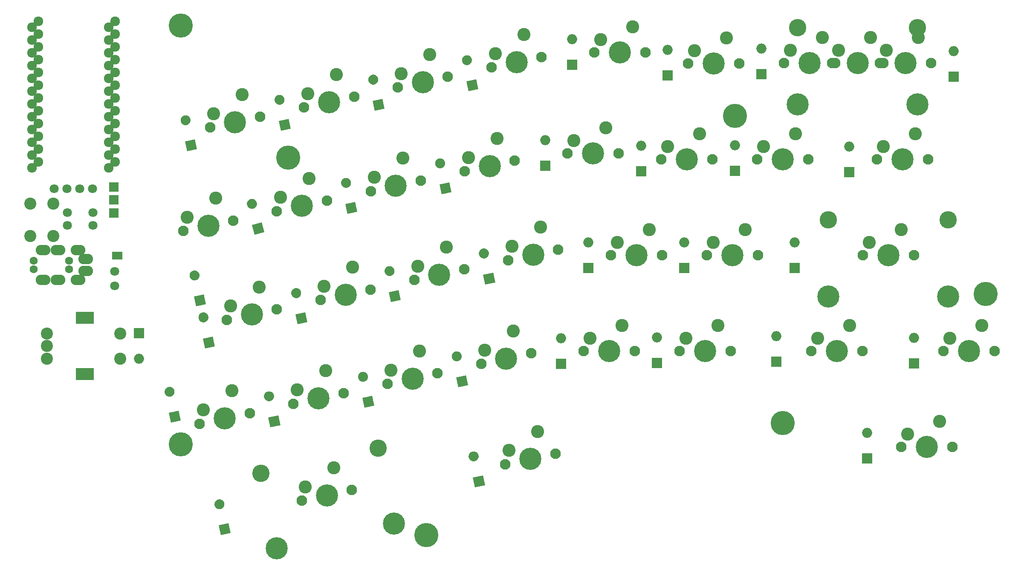
<source format=gbs>
G04 #@! TF.GenerationSoftware,KiCad,Pcbnew,(5.1.6)-1*
G04 #@! TF.CreationDate,2020-08-09T18:55:19-07:00*
G04 #@! TF.ProjectId,Alipt-Keyboard-Right,416c6970-742d-44b6-9579-626f6172642d,rev?*
G04 #@! TF.SameCoordinates,Original*
G04 #@! TF.FileFunction,Soldermask,Bot*
G04 #@! TF.FilePolarity,Negative*
%FSLAX46Y46*%
G04 Gerber Fmt 4.6, Leading zero omitted, Abs format (unit mm)*
G04 Created by KiCad (PCBNEW (5.1.6)-1) date 2020-08-09 18:55:19*
%MOMM*%
%LPD*%
G01*
G04 APERTURE LIST*
%ADD10C,4.800000*%
%ADD11C,2.400000*%
%ADD12R,1.924000X1.924000*%
%ADD13C,1.797000*%
%ADD14C,1.600000*%
%ADD15O,2.900000X2.100000*%
%ADD16R,1.035000X1.543000*%
%ADD17C,1.924000*%
%ADD18R,3.600000X2.400000*%
%ADD19C,0.100000*%
%ADD20R,2.000000X2.000000*%
%ADD21O,2.000000X2.000000*%
%ADD22C,2.100000*%
%ADD23C,4.400000*%
%ADD24C,2.600000*%
%ADD25C,3.450000*%
G04 APERTURE END LIST*
D10*
X129539995Y-151384009D03*
D11*
X50927000Y-85511500D03*
X55427000Y-85511500D03*
X50927000Y-92011500D03*
X55427000Y-92011500D03*
D10*
X102108000Y-76390500D03*
X80772006Y-133413500D03*
X190817500Y-68135500D03*
X200342504Y-129158999D03*
X80772000Y-50165002D03*
X240665000Y-103505000D03*
D12*
X67500501Y-87372501D03*
X67500501Y-84772501D03*
X67500501Y-82272501D03*
D13*
X58229501Y-89852502D03*
X63309501Y-89852502D03*
X63309504Y-87353757D03*
X58229504Y-87353757D03*
X55655910Y-82613501D03*
X58195910Y-82613501D03*
X60735910Y-82613501D03*
X63275910Y-82613501D03*
D14*
X58601500Y-96865500D03*
X51601500Y-96865500D03*
D15*
X60401500Y-94765500D03*
X61901500Y-98965500D03*
X53401500Y-94765500D03*
X56401500Y-94765500D03*
D14*
X51601500Y-98615500D03*
X58601500Y-98615500D03*
D15*
X53401500Y-100715500D03*
X56401500Y-100715500D03*
X60401500Y-100715500D03*
X61901500Y-96515500D03*
D13*
X67691003Y-101917500D03*
X67691001Y-98996492D03*
D16*
X68635882Y-95885001D03*
X67635122Y-95885001D03*
D17*
X66436503Y-55577250D03*
X51196503Y-73357250D03*
X66436503Y-65737250D03*
X51196503Y-63197250D03*
X51196503Y-58117250D03*
X66436503Y-75897250D03*
X51196503Y-55577250D03*
X51196503Y-50497250D03*
X66436503Y-70817250D03*
X51196503Y-78437250D03*
X66436503Y-63197250D03*
X66436503Y-53037250D03*
X66436503Y-58117250D03*
X66436503Y-60657250D03*
X66436503Y-73357250D03*
X66436503Y-68277250D03*
X51196503Y-70817250D03*
X51196503Y-68277250D03*
X66436503Y-78437250D03*
X51196503Y-75897250D03*
X51196503Y-53037250D03*
X66436503Y-50497250D03*
X51196503Y-65737250D03*
X51196503Y-60657250D03*
X67735318Y-49301505D03*
X67735318Y-51841505D03*
X67735318Y-54381505D03*
X67735318Y-56921505D03*
X67735318Y-59461505D03*
X67735318Y-62001505D03*
X67735318Y-64541505D03*
X67735318Y-67081505D03*
X67735318Y-69621505D03*
X67735318Y-72161505D03*
X67735318Y-74701505D03*
X67735318Y-77241505D03*
X52495318Y-77241505D03*
X52495318Y-74701505D03*
X52495318Y-72161505D03*
X52495318Y-69621505D03*
X52495318Y-67081505D03*
X52495318Y-64541505D03*
X52495318Y-62001505D03*
X52495318Y-59461505D03*
X52495318Y-56921505D03*
X52495318Y-54381505D03*
X52495318Y-51841505D03*
X52495318Y-49301505D03*
D11*
X54221999Y-116355499D03*
X54221999Y-113855499D03*
X54221999Y-111355499D03*
D18*
X61721999Y-119455499D03*
X61721999Y-108255499D03*
D11*
X68721999Y-116355499D03*
X68721999Y-111355499D03*
G36*
G01*
X81945673Y-69950911D02*
X81945673Y-69950911D01*
G75*
G02*
X80759613Y-69180675I-207912J978148D01*
G01*
X80759613Y-69180675D01*
G75*
G02*
X81529849Y-67994615I978148J207912D01*
G01*
X81529849Y-67994615D01*
G75*
G02*
X82715909Y-68764851I207912J-978148D01*
G01*
X82715909Y-68764851D01*
G75*
G02*
X81945673Y-69950911I-978148J-207912D01*
G01*
G37*
D19*
G36*
X83980011Y-74711989D02*
G01*
X82023716Y-75127812D01*
X81607893Y-73171517D01*
X83564188Y-72755694D01*
X83980011Y-74711989D01*
G37*
G36*
X102649011Y-70647989D02*
G01*
X100692716Y-71063812D01*
X100276893Y-69107517D01*
X102233188Y-68691694D01*
X102649011Y-70647989D01*
G37*
G36*
G01*
X100614673Y-65886911D02*
X100614673Y-65886911D01*
G75*
G02*
X99428613Y-65116675I-207912J978148D01*
G01*
X99428613Y-65116675D01*
G75*
G02*
X100198849Y-63930615I978148J207912D01*
G01*
X100198849Y-63930615D01*
G75*
G02*
X101384909Y-64700851I207912J-978148D01*
G01*
X101384909Y-64700851D01*
G75*
G02*
X100614673Y-65886911I-978148J-207912D01*
G01*
G37*
G36*
X121254511Y-66647489D02*
G01*
X119298216Y-67063312D01*
X118882393Y-65107017D01*
X120838688Y-64691194D01*
X121254511Y-66647489D01*
G37*
G36*
G01*
X119220173Y-61886411D02*
X119220173Y-61886411D01*
G75*
G02*
X118034113Y-61116175I-207912J978148D01*
G01*
X118034113Y-61116175D01*
G75*
G02*
X118804349Y-59930115I978148J207912D01*
G01*
X118804349Y-59930115D01*
G75*
G02*
X119990409Y-60700351I207912J-978148D01*
G01*
X119990409Y-60700351D01*
G75*
G02*
X119220173Y-61886411I-978148J-207912D01*
G01*
G37*
G36*
G01*
X137825673Y-58012911D02*
X137825673Y-58012911D01*
G75*
G02*
X136639613Y-57242675I-207912J978148D01*
G01*
X136639613Y-57242675D01*
G75*
G02*
X137409849Y-56056615I978148J207912D01*
G01*
X137409849Y-56056615D01*
G75*
G02*
X138595909Y-56826851I207912J-978148D01*
G01*
X138595909Y-56826851D01*
G75*
G02*
X137825673Y-58012911I-978148J-207912D01*
G01*
G37*
G36*
X139860011Y-62773989D02*
G01*
X137903716Y-63189812D01*
X137487893Y-61233517D01*
X139444188Y-60817694D01*
X139860011Y-62773989D01*
G37*
D20*
X158496000Y-57975500D03*
D21*
X158496000Y-52895500D03*
X177482500Y-54991000D03*
D20*
X177482500Y-60071000D03*
X196088000Y-59817000D03*
D21*
X196088000Y-54737000D03*
D19*
G36*
X85758011Y-105572989D02*
G01*
X83801716Y-105988812D01*
X83385893Y-104032517D01*
X85342188Y-103616694D01*
X85758011Y-105572989D01*
G37*
G36*
G01*
X83723673Y-100811911D02*
X83723673Y-100811911D01*
G75*
G02*
X82537613Y-100041675I-207912J978148D01*
G01*
X82537613Y-100041675D01*
G75*
G02*
X83307849Y-98855615I978148J207912D01*
G01*
X83307849Y-98855615D01*
G75*
G02*
X84493909Y-99625851I207912J-978148D01*
G01*
X84493909Y-99625851D01*
G75*
G02*
X83723673Y-100811911I-978148J-207912D01*
G01*
G37*
G36*
G01*
X95162218Y-86566418D02*
X95162218Y-86566418D01*
G75*
G02*
X93950000Y-85838044I-241922J970296D01*
G01*
X93950000Y-85838044D01*
G75*
G02*
X94678374Y-84625826I970296J241922D01*
G01*
X94678374Y-84625826D01*
G75*
G02*
X95890592Y-85354200I241922J-970296D01*
G01*
X95890592Y-85354200D01*
G75*
G02*
X95162218Y-86566418I-970296J-241922D01*
G01*
G37*
G36*
X97361477Y-91253598D02*
G01*
X95420885Y-91737442D01*
X94937041Y-89796850D01*
X96877633Y-89313006D01*
X97361477Y-91253598D01*
G37*
G36*
G01*
X113822673Y-82396911D02*
X113822673Y-82396911D01*
G75*
G02*
X112636613Y-81626675I-207912J978148D01*
G01*
X112636613Y-81626675D01*
G75*
G02*
X113406849Y-80440615I978148J207912D01*
G01*
X113406849Y-80440615D01*
G75*
G02*
X114592909Y-81210851I207912J-978148D01*
G01*
X114592909Y-81210851D01*
G75*
G02*
X113822673Y-82396911I-978148J-207912D01*
G01*
G37*
G36*
X115857011Y-87157989D02*
G01*
X113900716Y-87573812D01*
X113484893Y-85617517D01*
X115441188Y-85201694D01*
X115857011Y-87157989D01*
G37*
G36*
X134526011Y-83284489D02*
G01*
X132569716Y-83700312D01*
X132153893Y-81744017D01*
X134110188Y-81328194D01*
X134526011Y-83284489D01*
G37*
G36*
G01*
X132491673Y-78523411D02*
X132491673Y-78523411D01*
G75*
G02*
X131305613Y-77753175I-207912J978148D01*
G01*
X131305613Y-77753175D01*
G75*
G02*
X132075849Y-76567115I978148J207912D01*
G01*
X132075849Y-76567115D01*
G75*
G02*
X133261909Y-77337351I207912J-978148D01*
G01*
X133261909Y-77337351D01*
G75*
G02*
X132491673Y-78523411I-978148J-207912D01*
G01*
G37*
D21*
X153162000Y-72961500D03*
D20*
X153162000Y-78041500D03*
X172212000Y-79121000D03*
D21*
X172212000Y-74041000D03*
X234315000Y-55245000D03*
D20*
X234315000Y-60325000D03*
G36*
G01*
X85501673Y-109130411D02*
X85501673Y-109130411D01*
G75*
G02*
X84315613Y-108360175I-207912J978148D01*
G01*
X84315613Y-108360175D01*
G75*
G02*
X85085849Y-107174115I978148J207912D01*
G01*
X85085849Y-107174115D01*
G75*
G02*
X86271909Y-107944351I207912J-978148D01*
G01*
X86271909Y-107944351D01*
G75*
G02*
X85501673Y-109130411I-978148J-207912D01*
G01*
G37*
D19*
G36*
X87536011Y-113891489D02*
G01*
X85579716Y-114307312D01*
X85163893Y-112351017D01*
X87120188Y-111935194D01*
X87536011Y-113891489D01*
G37*
G36*
X105951011Y-109065489D02*
G01*
X103994716Y-109481312D01*
X103578893Y-107525017D01*
X105535188Y-107109194D01*
X105951011Y-109065489D01*
G37*
G36*
G01*
X103916673Y-104304411D02*
X103916673Y-104304411D01*
G75*
G02*
X102730613Y-103534175I-207912J978148D01*
G01*
X102730613Y-103534175D01*
G75*
G02*
X103500849Y-102348115I978148J207912D01*
G01*
X103500849Y-102348115D01*
G75*
G02*
X104686909Y-103118351I207912J-978148D01*
G01*
X104686909Y-103118351D01*
G75*
G02*
X103916673Y-104304411I-978148J-207912D01*
G01*
G37*
G36*
G01*
X122458673Y-99922911D02*
X122458673Y-99922911D01*
G75*
G02*
X121272613Y-99152675I-207912J978148D01*
G01*
X121272613Y-99152675D01*
G75*
G02*
X122042849Y-97966615I978148J207912D01*
G01*
X122042849Y-97966615D01*
G75*
G02*
X123228909Y-98736851I207912J-978148D01*
G01*
X123228909Y-98736851D01*
G75*
G02*
X122458673Y-99922911I-978148J-207912D01*
G01*
G37*
G36*
X124493011Y-104683989D02*
G01*
X122536716Y-105099812D01*
X122120893Y-103143517D01*
X124077188Y-102727694D01*
X124493011Y-104683989D01*
G37*
G36*
X143225511Y-101191489D02*
G01*
X141269216Y-101607312D01*
X140853393Y-99651017D01*
X142809688Y-99235194D01*
X143225511Y-101191489D01*
G37*
G36*
G01*
X141191173Y-96430411D02*
X141191173Y-96430411D01*
G75*
G02*
X140005113Y-95660175I-207912J978148D01*
G01*
X140005113Y-95660175D01*
G75*
G02*
X140775349Y-94474115I978148J207912D01*
G01*
X140775349Y-94474115D01*
G75*
G02*
X141961409Y-95244351I207912J-978148D01*
G01*
X141961409Y-95244351D01*
G75*
G02*
X141191173Y-96430411I-978148J-207912D01*
G01*
G37*
D20*
X161734500Y-98298000D03*
D21*
X161734500Y-93218000D03*
X180784500Y-93218000D03*
D20*
X180784500Y-98298000D03*
X190817500Y-79057500D03*
D21*
X190817500Y-73977500D03*
G36*
G01*
X78770673Y-123925911D02*
X78770673Y-123925911D01*
G75*
G02*
X77584613Y-123155675I-207912J978148D01*
G01*
X77584613Y-123155675D01*
G75*
G02*
X78354849Y-121969615I978148J207912D01*
G01*
X78354849Y-121969615D01*
G75*
G02*
X79540909Y-122739851I207912J-978148D01*
G01*
X79540909Y-122739851D01*
G75*
G02*
X78770673Y-123925911I-978148J-207912D01*
G01*
G37*
D19*
G36*
X80805011Y-128686989D02*
G01*
X78848716Y-129102812D01*
X78432893Y-127146517D01*
X80389188Y-126730694D01*
X80805011Y-128686989D01*
G37*
G36*
G01*
X98519173Y-124814911D02*
X98519173Y-124814911D01*
G75*
G02*
X97333113Y-124044675I-207912J978148D01*
G01*
X97333113Y-124044675D01*
G75*
G02*
X98103349Y-122858615I978148J207912D01*
G01*
X98103349Y-122858615D01*
G75*
G02*
X99289409Y-123628851I207912J-978148D01*
G01*
X99289409Y-123628851D01*
G75*
G02*
X98519173Y-124814911I-978148J-207912D01*
G01*
G37*
G36*
X100553511Y-129575989D02*
G01*
X98597216Y-129991812D01*
X98181393Y-128035517D01*
X100137688Y-127619694D01*
X100553511Y-129575989D01*
G37*
G36*
X119222511Y-125702489D02*
G01*
X117266216Y-126118312D01*
X116850393Y-124162017D01*
X118806688Y-123746194D01*
X119222511Y-125702489D01*
G37*
G36*
G01*
X117188173Y-120941411D02*
X117188173Y-120941411D01*
G75*
G02*
X116002113Y-120171175I-207912J978148D01*
G01*
X116002113Y-120171175D01*
G75*
G02*
X116772349Y-118985115I978148J207912D01*
G01*
X116772349Y-118985115D01*
G75*
G02*
X117958409Y-119755351I207912J-978148D01*
G01*
X117958409Y-119755351D01*
G75*
G02*
X117188173Y-120941411I-978148J-207912D01*
G01*
G37*
G36*
G01*
X135793673Y-116877411D02*
X135793673Y-116877411D01*
G75*
G02*
X134607613Y-116107175I-207912J978148D01*
G01*
X134607613Y-116107175D01*
G75*
G02*
X135377849Y-114921115I978148J207912D01*
G01*
X135377849Y-114921115D01*
G75*
G02*
X136563909Y-115691351I207912J-978148D01*
G01*
X136563909Y-115691351D01*
G75*
G02*
X135793673Y-116877411I-978148J-207912D01*
G01*
G37*
G36*
X137828011Y-121638489D02*
G01*
X135871716Y-122054312D01*
X135455893Y-120098017D01*
X137412188Y-119682194D01*
X137828011Y-121638489D01*
G37*
D21*
X156337000Y-112268000D03*
D20*
X156337000Y-117348000D03*
X175323500Y-117221000D03*
D21*
X175323500Y-112141000D03*
X213550500Y-74168000D03*
D20*
X213550500Y-79248000D03*
D19*
G36*
X90711011Y-151038989D02*
G01*
X88754716Y-151454812D01*
X88338893Y-149498517D01*
X90295188Y-149082694D01*
X90711011Y-151038989D01*
G37*
G36*
G01*
X88676673Y-146277911D02*
X88676673Y-146277911D01*
G75*
G02*
X87490613Y-145507675I-207912J978148D01*
G01*
X87490613Y-145507675D01*
G75*
G02*
X88260849Y-144321615I978148J207912D01*
G01*
X88260849Y-144321615D01*
G75*
G02*
X89446909Y-145091851I207912J-978148D01*
G01*
X89446909Y-145091851D01*
G75*
G02*
X88676673Y-146277911I-978148J-207912D01*
G01*
G37*
G36*
X141193511Y-141513989D02*
G01*
X139237216Y-141929812D01*
X138821393Y-139973517D01*
X140777688Y-139557694D01*
X141193511Y-141513989D01*
G37*
G36*
G01*
X139159173Y-136752911D02*
X139159173Y-136752911D01*
G75*
G02*
X137973113Y-135982675I-207912J978148D01*
G01*
X137973113Y-135982675D01*
G75*
G02*
X138743349Y-134796615I978148J207912D01*
G01*
X138743349Y-134796615D01*
G75*
G02*
X139929409Y-135566851I207912J-978148D01*
G01*
X139929409Y-135566851D01*
G75*
G02*
X139159173Y-136752911I-978148J-207912D01*
G01*
G37*
D21*
X217106500Y-131127500D03*
D20*
X217106500Y-136207500D03*
X199072500Y-116967000D03*
D21*
X199072500Y-111887000D03*
X226441000Y-112204500D03*
D20*
X226441000Y-117284500D03*
X202692000Y-98361500D03*
D21*
X202692000Y-93281500D03*
D20*
X72517000Y-111252000D03*
D21*
X72517000Y-116332000D03*
D22*
X96535990Y-68285808D03*
X86598011Y-70398191D03*
D23*
X91567000Y-69342000D03*
D24*
X87312162Y-67649648D03*
X92995304Y-63844914D03*
X111664304Y-59880500D03*
X105981162Y-63685234D03*
D23*
X110236000Y-65377586D03*
D22*
X105267011Y-66433777D03*
X115204990Y-64321394D03*
D24*
X130269804Y-55907414D03*
X124586662Y-59712148D03*
D23*
X128841500Y-61404500D03*
D22*
X123872511Y-62460691D03*
X133810490Y-60348308D03*
X152448186Y-56383894D03*
X142510207Y-58496277D03*
D23*
X147479196Y-57440086D03*
D24*
X143224358Y-55747734D03*
X148907500Y-51943000D03*
X170561000Y-50419000D03*
X164211000Y-52959000D03*
D23*
X168021000Y-55499000D03*
D22*
X162941000Y-55499000D03*
X173101000Y-55499000D03*
X191706500Y-57658000D03*
X181546500Y-57658000D03*
D23*
X186626500Y-57658000D03*
D24*
X182816500Y-55118000D03*
X189166500Y-52578000D03*
D22*
X210756500Y-57594500D03*
X200596500Y-57594500D03*
D23*
X205676500Y-57594500D03*
D24*
X201866500Y-55054500D03*
X208216500Y-52514500D03*
D22*
X91234186Y-88895894D03*
X81296207Y-91008277D03*
D23*
X86265196Y-89952086D03*
D24*
X82010358Y-88259734D03*
X87693500Y-84455000D03*
X106266804Y-80518000D03*
X100583662Y-84322734D03*
D23*
X104838500Y-86015086D03*
D22*
X99869511Y-87071277D03*
X109807490Y-84958894D03*
X128445186Y-80958394D03*
X118507207Y-83070777D03*
D23*
X123476196Y-82014586D03*
D24*
X119221358Y-80322234D03*
X124904500Y-76517500D03*
X143573500Y-72580500D03*
X137890358Y-76385234D03*
D23*
X142145196Y-78077586D03*
D22*
X137176207Y-79133777D03*
X147114186Y-77021394D03*
X167767000Y-75565000D03*
X157607000Y-75565000D03*
D23*
X162687000Y-75565000D03*
D24*
X158877000Y-73025000D03*
X165227000Y-70485000D03*
X183832500Y-71628000D03*
X177482500Y-74168000D03*
D23*
X181292500Y-76708000D03*
D22*
X176212500Y-76708000D03*
X186372500Y-76708000D03*
D24*
X96329500Y-102108000D03*
X90646358Y-105912734D03*
D23*
X94901196Y-107605086D03*
D22*
X89932207Y-108661277D03*
X99870186Y-106548894D03*
X118475686Y-102611894D03*
X108537707Y-104724277D03*
D23*
X113506696Y-103668086D03*
D24*
X109251858Y-101975734D03*
X114935000Y-98171000D03*
X133540500Y-94170500D03*
X127857358Y-97975234D03*
D23*
X132112196Y-99667586D03*
D22*
X127143207Y-100723777D03*
X137081186Y-98611394D03*
X155750186Y-94674394D03*
X145812207Y-96786777D03*
D23*
X150781196Y-95730586D03*
D24*
X146526358Y-94038234D03*
X152209500Y-90233500D03*
X173799500Y-90678000D03*
X167449500Y-93218000D03*
D23*
X171259500Y-95758000D03*
D22*
X166179500Y-95758000D03*
X176339500Y-95758000D03*
X195389500Y-95758000D03*
X185229500Y-95758000D03*
D23*
X190309500Y-95758000D03*
D24*
X186499500Y-93218000D03*
X192849500Y-90678000D03*
D22*
X205422500Y-76708000D03*
X195262500Y-76708000D03*
D23*
X200342500Y-76708000D03*
D24*
X196532500Y-74168000D03*
X202882500Y-71628000D03*
X90932000Y-122745500D03*
X85248858Y-126550234D03*
D23*
X89503696Y-128242586D03*
D22*
X84534707Y-129298777D03*
X94472686Y-127186394D03*
D24*
X109568804Y-118772414D03*
X103885662Y-122577148D03*
D23*
X108140500Y-124269500D03*
D22*
X103171511Y-125325691D03*
X113109490Y-123213308D03*
D24*
X128237804Y-114835414D03*
X122554662Y-118640148D03*
D23*
X126809500Y-120332500D03*
D22*
X121840511Y-121388691D03*
X131778490Y-119276308D03*
D24*
X146843304Y-110834914D03*
X141160162Y-114639648D03*
D23*
X145415000Y-116332000D03*
D22*
X140446011Y-117388191D03*
X150383990Y-115275808D03*
X170942000Y-114808000D03*
X160782000Y-114808000D03*
D23*
X165862000Y-114808000D03*
D24*
X162052000Y-112268000D03*
X168402000Y-109728000D03*
X187452000Y-109728000D03*
X181102000Y-112268000D03*
D23*
X184912000Y-114808000D03*
D22*
X179832000Y-114808000D03*
X189992000Y-114808000D03*
D24*
X226695000Y-71628000D03*
X220345000Y-74168000D03*
D23*
X224155000Y-76708000D03*
D22*
X219075000Y-76708000D03*
X229235000Y-76708000D03*
D24*
X111219804Y-138012914D03*
X105536662Y-141817648D03*
D23*
X109791500Y-143510000D03*
D22*
X104822511Y-144566191D03*
X114760490Y-142453808D03*
D23*
X123144649Y-149095787D03*
X99864736Y-154044085D03*
D25*
X96696162Y-139137115D03*
X119976075Y-134188817D03*
D24*
X151638000Y-130810000D03*
X145954858Y-134614734D03*
D23*
X150209696Y-136307086D03*
D22*
X145240707Y-137363277D03*
X155178686Y-135250894D03*
D24*
X231457500Y-128841500D03*
X225107500Y-131381500D03*
D23*
X228917500Y-133921500D03*
D22*
X223837500Y-133921500D03*
X233997500Y-133921500D03*
D24*
X213614000Y-109728000D03*
X207264000Y-112268000D03*
D23*
X211074000Y-114808000D03*
D22*
X205994000Y-114808000D03*
X216154000Y-114808000D03*
D24*
X239839500Y-109728000D03*
X233489500Y-112268000D03*
D23*
X237299500Y-114808000D03*
D22*
X232219500Y-114808000D03*
X242379500Y-114808000D03*
D25*
X233197504Y-88758006D03*
X209397504Y-88758006D03*
D23*
X209397504Y-103998006D03*
X233197504Y-103998006D03*
D22*
X226377504Y-95758006D03*
X216217504Y-95758006D03*
D23*
X221297504Y-95758006D03*
D24*
X217487504Y-93218006D03*
X223837504Y-90678006D03*
D22*
X229806500Y-57594500D03*
X219646500Y-57594500D03*
D23*
X224726500Y-57594500D03*
D24*
X220916500Y-55054500D03*
X227266500Y-52514500D03*
D25*
X227101500Y-50594500D03*
X203301500Y-50594500D03*
D23*
X203301500Y-65834500D03*
X227101500Y-65834500D03*
D22*
X220281500Y-57594500D03*
X210121500Y-57594500D03*
D23*
X215201500Y-57594500D03*
D24*
X211391500Y-55054500D03*
X217741500Y-52514500D03*
M02*

</source>
